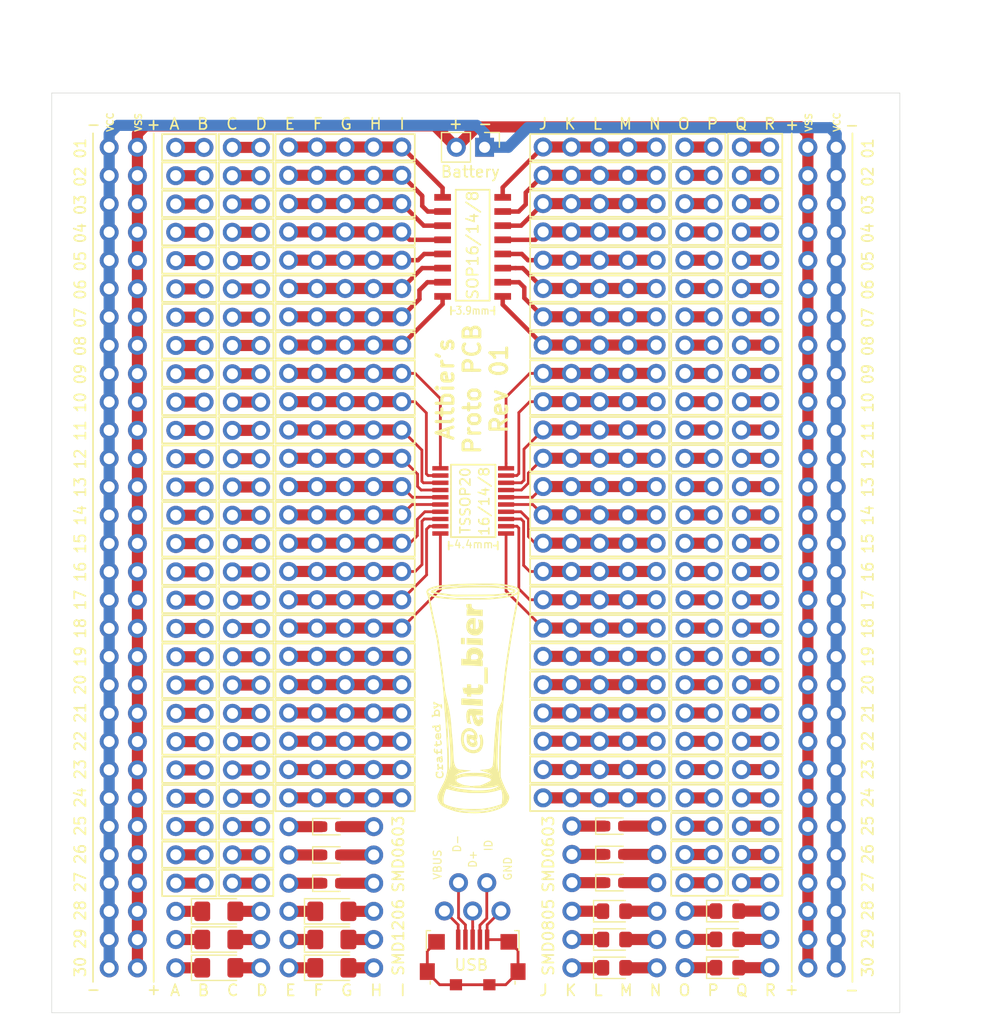
<source format=kicad_pcb>
(kicad_pcb (version 20241229) (generator "pcbnew") (generator_version "9.0")
  (layers (0 "F.Cu" signal) (2 "B.Cu" signal) (13 "F.Paste" user) (15 "B.Paste" user) (5 "F.SilkS" user) (7 "B.SilkS" user) (1 "F.Mask" user) (3 "B.Mask" user) (25 "Edge.Cuts" user))
  (net 0 "")
  (footprint "0_local:Proto_A_Pins_P2.54mm" (layer "F.Cu") (at 139.8 55.3)
    (property "Reference" "REF**")
    (property "Value" "Proto_A_Pins_P2.54mm" (hide yes))
  )
  (footprint "0_local:Proto_A_Pins_P2.54mm" (layer "F.Cu") (at 139.8 57.84)
    (property "Reference" "REF**")
    (property "Value" "Proto_A_Pins_P2.54mm" (hide yes))
  )
  (footprint "0_local:Proto_A_Pins_P2.54mm" (layer "F.Cu") (at 139.8 62.92)
    (property "Reference" "REF**")
    (property "Value" "Proto_A_Pins_P2.54mm" (hide yes))
  )
  (footprint "0_local:Proto_A_Pins_P2.54mm" (layer "F.Cu") (at 139.8 60.38)
    (property "Reference" "REF**")
    (property "Value" "Proto_A_Pins_P2.54mm" (hide yes))
  )
  (footprint "0_local:Proto_A_Pins_P2.54mm" (layer "F.Cu") (at 139.8 70.54)
    (property "Reference" "REF**")
    (property "Value" "Proto_A_Pins_P2.54mm" (hide yes))
  )
  (footprint "0_local:Proto_A_Pins_P2.54mm" (layer "F.Cu") (at 139.8 73.08)
    (property "Reference" "REF**")
    (property "Value" "Proto_A_Pins_P2.54mm" (hide yes))
  )
  (footprint "0_local:Proto_A_Pins_P2.54mm" (layer "F.Cu") (at 139.8 68)
    (property "Reference" "REF**")
    (property "Value" "Proto_A_Pins_P2.54mm" (hide yes))
  )
  (footprint "0_local:Proto_A_Pins_P2.54mm" (layer "F.Cu") (at 139.8 65.46)
    (property "Reference" "REF**")
    (property "Value" "Proto_A_Pins_P2.54mm" (hide yes))
  )
  (footprint "0_local:Proto_A_Pins_P2.54mm" (layer "F.Cu") (at 139.8 80.7)
    (property "Reference" "REF**")
    (property "Value" "Proto_A_Pins_P2.54mm" (hide yes))
  )
  (footprint "0_local:Proto_A_Pins_P2.54mm" (layer "F.Cu") (at 139.8 83.24)
    (property "Reference" "REF**")
    (property "Value" "Proto_A_Pins_P2.54mm" (hide yes))
  )
  (footprint "0_local:Proto_A_Pins_P2.54mm" (layer "F.Cu") (at 139.8 78.16)
    (property "Reference" "REF**")
    (property "Value" "Proto_A_Pins_P2.54mm" (hide yes))
  )
  (footprint "0_local:Proto_A_Pins_P2.54mm" (layer "F.Cu") (at 139.8 88.32)
    (property "Reference" "REF**")
    (property "Value" "Proto_A_Pins_P2.54mm" (hide yes))
  )
  (footprint "0_local:Proto_A_Pins_P2.54mm" (layer "F.Cu") (at 139.8 90.86)
    (property "Reference" "REF**")
    (property "Value" "Proto_A_Pins_P2.54mm" (hide yes))
  )
  (footprint "0_local:Proto_A_Pins_P2.54mm" (layer "F.Cu") (at 139.8 93.4)
    (property "Reference" "REF**")
    (property "Value" "Proto_A_Pins_P2.54mm" (hide yes))
  )
  (footprint "0_local:Proto_A_Pins_P2.54mm" (layer "F.Cu") (at 139.8 85.78)
    (property "Reference" "REF**")
    (property "Value" "Proto_A_Pins_P2.54mm" (hide yes))
  )
  (footprint "0_local:Proto_A_Pins_P2.54mm" (layer "F.Cu") (at 139.8 75.62)
    (property "Reference" "REF**")
    (property "Value" "Proto_A_Pins_P2.54mm" (hide yes))
  )
  (footprint "0_local:Proto_A_Pins_P2.54mm" (layer "F.Cu") (at 139.8 101.02)
    (property "Reference" "REF**")
    (property "Value" "Proto_A_Pins_P2.54mm" (hide yes))
  )
  (footprint "0_local:Proto_A_Pins_P2.54mm" (layer "F.Cu") (at 139.8 103.56)
    (property "Reference" "REF**")
    (property "Value" "Proto_A_Pins_P2.54mm" (hide yes))
  )
  (footprint "0_local:Proto_A_Pins_P2.54mm" (layer "F.Cu") (at 139.8 98.48)
    (property "Reference" "REF**")
    (property "Value" "Proto_A_Pins_P2.54mm" (hide yes))
  )
  (footprint "0_local:Proto_A_Pins_P2.54mm" (layer "F.Cu") (at 139.8 108.64)
    (property "Reference" "REF**")
    (property "Value" "Proto_A_Pins_P2.54mm" (hide yes))
  )
  (footprint "0_local:Proto_A_Pins_P2.54mm" (layer "F.Cu") (at 139.8 111.18)
    (property "Reference" "REF**")
    (property "Value" "Proto_A_Pins_P2.54mm" (hide yes))
  )
  (footprint "0_local:Proto_A_Pins_P2.54mm" (layer "F.Cu") (at 139.8 113.72)
    (property "Reference" "REF**")
    (property "Value" "Proto_A_Pins_P2.54mm" (hide yes))
  )
  (footprint "0_local:Proto_A_Pins_P2.54mm" (layer "F.Cu") (at 139.8 106.1)
    (property "Reference" "REF**")
    (property "Value" "Proto_A_Pins_P2.54mm" (hide yes))
  )
  (footprint "0_local:Proto_A_Pins_P2.54mm" (layer "F.Cu") (at 139.8 95.94)
    (property "Reference" "REF**")
    (property "Value" "Proto_A_Pins_P2.54mm" (hide yes))
  )
  (footprint "0_local:IC_SOIC-16_3.9x9.9mm_Pitch1.27mm" (layer "F.Cu") (at 141.12 64.26)
    (property "Reference" "SOP16")
    (property "Value" "IC_SOIC-16_3.9x9.9mm_Pitch1.27mm" (hide yes))
  )
  (footprint "0_local:IC_TSSOP-20_4.4x6.5mm_P0.65mm_thin" (layer "F.Cu") (at 141.17 87.06)
    (property "Reference" "TSSOP20")
    (property "Value" "IC_TSSOP-20_4.4x6.5mm_P0.65mm_thin")
  )
  (footprint "0_local:Proto_B_Pins_P2.54mm" (layer "F.Cu") (at 163.99 55.3)
    (property "Reference" "REF**")
    (property "Value" "Proto_B_Pins_P2.54mm")
  )
  (footprint "0_local:Proto_B_Pins_P2.54mm" (layer "F.Cu") (at 163.99 57.84)
    (property "Reference" "REF**")
    (property "Value" "Proto_B_Pins_P2.54mm")
  )
  (footprint "0_local:Proto_B_Pins_P2.54mm" (layer "F.Cu") (at 163.99 60.38)
    (property "Reference" "REF**")
    (property "Value" "Proto_B_Pins_P2.54mm")
  )
  (footprint "0_local:Proto_B_Pins_P2.54mm" (layer "F.Cu") (at 163.99 62.92)
    (property "Reference" "REF**")
    (property "Value" "Proto_B_Pins_P2.54mm")
  )
  (footprint "0_local:Proto_B_Pins_P2.54mm" (layer "F.Cu") (at 164 75.62)
    (property "Reference" "REF**")
    (property "Value" "Proto_B_Pins_P2.54mm")
  )
  (footprint "0_local:Proto_B_Pins_P2.54mm" (layer "F.Cu") (at 164 78.16)
    (property "Reference" "REF**")
    (property "Value" "Proto_B_Pins_P2.54mm")
  )
  (footprint "0_local:Proto_B_Pins_P2.54mm" (layer "F.Cu") (at 164 83.24)
    (property "Reference" "REF**")
    (property "Value" "Proto_B_Pins_P2.54mm")
  )
  (footprint "0_local:Proto_B_Pins_P2.54mm" (layer "F.Cu") (at 164 80.7)
    (property "Reference" "REF**")
    (property "Value" "Proto_B_Pins_P2.54mm")
  )
  (footprint "0_local:Proto_B_Pins_P2.54mm" (layer "F.Cu") (at 164 85.78)
    (property "Reference" "REF**")
    (property "Value" "Proto_B_Pins_P2.54mm")
  )
  (footprint "0_local:Proto_B_Pins_P2.54mm" (layer "F.Cu") (at 164.01 98.48)
    (property "Reference" "REF**")
    (property "Value" "Proto_B_Pins_P2.54mm")
  )
  (footprint "0_local:Proto_B_Pins_P2.54mm" (layer "F.Cu") (at 164.01 95.94)
    (property "Reference" "REF**")
    (property "Value" "Proto_B_Pins_P2.54mm")
  )
  (footprint "0_local:Proto_B_Pins_P2.54mm" (layer "F.Cu") (at 164 88.32)
    (property "Reference" "REF**")
    (property "Value" "Proto_B_Pins_P2.54mm")
  )
  (footprint "0_local:Proto_B_Pins_P2.54mm" (layer "F.Cu") (at 164 93.4)
    (property "Reference" "REF**")
    (property "Value" "Proto_B_Pins_P2.54mm")
  )
  (footprint "0_local:Proto_B_Pins_P2.54mm" (layer "F.Cu") (at 164.01 103.56)
    (property "Reference" "REF**")
    (property "Value" "Proto_B_Pins_P2.54mm")
  )
  (footprint "0_local:Proto_B_Pins_P2.54mm" (layer "F.Cu") (at 164 90.86)
    (property "Reference" "REF**")
    (property "Value" "Proto_B_Pins_P2.54mm")
  )
  (footprint "0_local:Proto_B_Pins_P2.54mm" (layer "F.Cu") (at 164.01 101.02)
    (property "Reference" "REF**")
    (property "Value" "Proto_B_Pins_P2.54mm")
  )
  (footprint "0_local:Proto_B_Pins_P2.54mm" (layer "F.Cu") (at 164.01 108.64)
    (property "Reference" "REF**")
    (property "Value" "Proto_B_Pins_P2.54mm")
  )
  (footprint "0_local:Proto_B_Pins_P2.54mm" (layer "F.Cu") (at 164.01 111.18)
    (property "Reference" "REF**")
    (property "Value" "Proto_B_Pins_P2.54mm")
  )
  (footprint "0_local:Proto_B_Pins_P2.54mm" (layer "F.Cu") (at 164.01 106.1)
    (property "Reference" "REF**")
    (property "Value" "Proto_B_Pins_P2.54mm")
  )
  (footprint "0_local:Proto_B_Pins_P2.54mm" (layer "F.Cu") (at 164.01 113.72)
    (property "Reference" "REF**")
    (property "Value" "Proto_B_Pins_P2.54mm")
  )
  (footprint "0_local:Proto_B_Pins_P2.54mm" (layer "F.Cu") (at 164 121.34)
    (property "Reference" "REF**")
    (property "Value" "Proto_B_Pins_P2.54mm")
  )
  (footprint "0_local:Proto_B_Pins_P2.54mm" (layer "F.Cu") (at 164 118.8)
    (property "Reference" "REF**")
    (property "Value" "Proto_B_Pins_P2.54mm")
  )
  (footprint "0_local:Proto_B_Pins_P2.54mm" (layer "F.Cu") (at 164 116.26)
    (property "Reference" "REF**")
    (property "Value" "Proto_B_Pins_P2.54mm")
  )
  (footprint "0_local:Proto_B_Pins_P2.54mm" (layer "F.Cu") (at 118.25 55.33)
    (property "Reference" "REF**")
    (property "Value" "Proto_B_Pins_P2.54mm")
  )
  (footprint "0_local:Proto_B_Pins_P2.54mm" (layer "F.Cu") (at 118.26 68.03)
    (property "Reference" "REF**")
    (property "Value" "Proto_B_Pins_P2.54mm")
  )
  (footprint "0_local:Proto_B_Pins_P2.54mm" (layer "F.Cu") (at 118.26 65.49)
    (property "Reference" "REF**")
    (property "Value" "Proto_B_Pins_P2.54mm")
  )
  (footprint "0_local:Proto_B_Pins_P2.54mm" (layer "F.Cu") (at 118.25 57.87)
    (property "Reference" "REF**")
    (property "Value" "Proto_B_Pins_P2.54mm")
  )
  (footprint "0_local:Proto_B_Pins_P2.54mm" (layer "F.Cu") (at 118.25 62.95)
    (property "Reference" "REF**")
    (property "Value" "Proto_B_Pins_P2.54mm")
  )
  (footprint "0_local:Proto_B_Pins_P2.54mm" (layer "F.Cu") (at 118.26 73.11)
    (property "Reference" "REF**")
    (property "Value" "Proto_B_Pins_P2.54mm")
  )
  (footprint "0_local:Proto_B_Pins_P2.54mm" (layer "F.Cu") (at 118.25 60.41)
    (property "Reference" "REF**")
    (property "Value" "Proto_B_Pins_P2.54mm")
  )
  (footprint "0_local:Proto_B_Pins_P2.54mm" (layer "F.Cu") (at 118.26 70.57)
    (property "Reference" "REF**")
    (property "Value" "Proto_B_Pins_P2.54mm")
  )
  (footprint "0_local:Proto_B_Pins_P2.54mm" (layer "F.Cu") (at 118.26 118.83)
    (property "Reference" "REF**")
    (property "Value" "Proto_B_Pins_P2.54mm")
  )
  (footprint "0_local:Proto_B_Pins_P2.54mm" (layer "F.Cu") (at 118.27 113.75)
    (property "Reference" "REF**")
    (property "Value" "Proto_B_Pins_P2.54mm")
  )
  (footprint "0_local:Proto_B_Pins_P2.54mm" (layer "F.Cu") (at 118.26 121.37)
    (property "Reference" "REF**")
    (property "Value" "Proto_B_Pins_P2.54mm")
  )
  (footprint "0_local:Proto_B_Pins_P2.54mm" (layer "F.Cu") (at 118.26 116.29)
    (property "Reference" "REF**")
    (property "Value" "Proto_B_Pins_P2.54mm")
  )
  (footprint "0_local:Proto_B_Pins_P2.54mm" (layer "F.Cu") (at 118.27 106.13)
    (property "Reference" "REF**")
    (property "Value" "Proto_B_Pins_P2.54mm")
  )
  (footprint "0_local:Proto_B_Pins_P2.54mm" (layer "F.Cu") (at 118.26 78.19)
    (property "Reference" "REF**")
    (property "Value" "Proto_B_Pins_P2.54mm")
  )
  (footprint "0_local:Proto_B_Pins_P2.54mm" (layer "F.Cu") (at 118.27 108.67)
    (property "Reference" "REF**")
    (property "Value" "Proto_B_Pins_P2.54mm")
  )
  (footprint "0_local:Proto_B_Pins_P2.54mm" (layer "F.Cu") (at 118.26 80.73)
    (property "Reference" "REF**")
    (property "Value" "Proto_B_Pins_P2.54mm")
  )
  (footprint "0_local:Proto_B_Pins_P2.54mm" (layer "F.Cu") (at 118.26 75.65)
    (property "Reference" "REF**")
    (property "Value" "Proto_B_Pins_P2.54mm")
  )
  (footprint "0_local:Proto_B_Pins_P2.54mm" (layer "F.Cu") (at 118.27 95.97)
    (property "Reference" "REF**")
    (property "Value" "Proto_B_Pins_P2.54mm")
  )
  (footprint "0_local:Proto_B_Pins_P2.54mm" (layer "F.Cu") (at 118.27 98.51)
    (property "Reference" "REF**")
    (property "Value" "Proto_B_Pins_P2.54mm")
  )
  (footprint "0_local:Proto_B_Pins_P2.54mm" (layer "F.Cu") (at 118.26 88.35)
    (property "Reference" "REF**")
    (property "Value" "Proto_B_Pins_P2.54mm")
  )
  (footprint "0_local:Proto_B_Pins_P2.54mm" (layer "F.Cu") (at 118.26 85.81)
    (property "Reference" "REF**")
    (property "Value" "Proto_B_Pins_P2.54mm")
  )
  (footprint "0_local:Proto_B_Pins_P2.54mm" (layer "F.Cu") (at 118.26 93.43)
    (property "Reference" "REF**")
    (property "Value" "Proto_B_Pins_P2.54mm")
  )
  (footprint "0_local:Proto_B_Pins_P2.54mm" (layer "F.Cu") (at 118.27 103.59)
    (property "Reference" "REF**")
    (property "Value" "Proto_B_Pins_P2.54mm")
  )
  (footprint "0_local:Proto_B_Pins_P2.54mm" (layer "F.Cu") (at 118.26 83.27)
    (property "Reference" "REF**")
    (property "Value" "Proto_B_Pins_P2.54mm")
  )
  (footprint "0_local:Proto_B_Pins_P2.54mm" (layer "F.Cu") (at 118.26 90.89)
    (property "Reference" "REF**")
    (property "Value" "Proto_B_Pins_P2.54mm")
  )
  (footprint "0_local:Proto_B_Pins_P2.54mm" (layer "F.Cu") (at 118.27 101.05)
    (property "Reference" "REF**")
    (property "Value" "Proto_B_Pins_P2.54mm")
  )
  (footprint "0_local:Proto_B_Pins_P2.54mm" (layer "F.Cu") (at 118.27 111.21)
    (property "Reference" "REF**")
    (property "Value" "Proto_B_Pins_P2.54mm")
  )
  (footprint "0_local:Proto_C_Pins_2x30_P2.54mm" (layer "F.Cu") (at 108.46 55.32)
    (property "Reference" "REF**")
    (property "Value" "Proto_C_Pins_2x30_P2.54mm")
  )
  (footprint "0_local:Proto_C_Pins_2x30_P2.54mm" (layer "F.Cu") (at 171.24 55.32)
    (property "Reference" "REF**")
    (property "Value" "Proto_C_Pins_2x30_P2.54mm")
  )
  (footprint "0_local:PinHeader_1x02_P2.54mm_Vertical" (layer "F.Cu") (at 142.19 55.32 -90)
    (property "Reference" "REF**")
    (property "Value" "PinHeader_1x02_P2.54mm_Vertical")
  )
  (footprint "0_alt_bier:logo-alt_bier-1100dpi-8x21mm-front" (layer "F.Cu") (at 141.14 104.77)
    (property "Reference" "G***" (hide yes))
    (property "Value" "LOGO" (hide yes))
  )
  (footprint "0_local:Proto_USB_Micro-B_Jing" (layer "F.Cu") (at 141.12 128.54)
    (property "Reference" "USB")
    (property "Value" "Proto_USB_Micro-B_Jing")
  )
  (footprint "0_local:Proto_1206_Pads_1.42x1.75mm_HandSolder" (layer "F.Cu") (at 118.31 123.9)
    (property "Reference" "REF**")
    (property "Value" "Proto_1206_Pads_1.42x1.75mm_HandSolder")
  )
  (footprint "0_local:Proto_0805_Pads_1.15x1.40mm_HandSolder" (layer "F.Cu") (at 164 128.96)
    (property "Reference" "REF**")
    (property "Value" "Proto_0805_Pads_1.15x1.40mm_HandSolder")
  )
  (footprint "0_local:Proto_1206_Pads_1.42x1.75mm_HandSolder" (layer "F.Cu") (at 118.31 126.43)
    (property "Reference" "REF**")
    (property "Value" "Proto_1206_Pads_1.42x1.75mm_HandSolder")
  )
  (footprint "0_local:Proto_1206_Pads_1.42x1.75mm_HandSolder" (layer "F.Cu") (at 118.31 128.97)
    (property "Reference" "REF**")
    (property "Value" "Proto_1206_Pads_1.42x1.75mm_HandSolder")
  )
  (footprint "0_local:Proto_0603_Pads_1.05x0.95mm_HandSolder" (layer "F.Cu") (at 153.84 121.33)
    (property "Reference" "REF**")
    (property "Value" "Proto_0603_Pads_1.05x0.95mm_HandSolder")
  )
  (footprint "0_local:Proto_0805_Pads_1.15x1.40mm_HandSolder" (layer "F.Cu") (at 164 126.42)
    (property "Reference" "REF**")
    (property "Value" "Proto_0805_Pads_1.15x1.40mm_HandSolder")
  )
  (footprint "0_local:Proto_0805_Pads_1.15x1.40mm_HandSolder" (layer "F.Cu") (at 164 123.88)
    (property "Reference" "REF**")
    (property "Value" "Proto_0805_Pads_1.15x1.40mm_HandSolder")
  )
  (footprint "0_local:Proto_0603_Pads_1.05x0.95mm_HandSolder" (layer "F.Cu") (at 153.84 118.79)
    (property "Reference" "REF**")
    (property "Value" "Proto_0603_Pads_1.05x0.95mm_HandSolder")
  )
  (footprint "0_local:Proto_0603_Pads_1.05x0.95mm_HandSolder" (layer "F.Cu") (at 128.41 118.84)
    (property "Reference" "REF**")
    (property "Value" "Proto_0603_Pads_1.05x0.95mm_HandSolder")
  )
  (footprint "0_local:Proto_0603_Pads_1.05x0.95mm_HandSolder" (layer "F.Cu") (at 128.41 121.38)
    (property "Reference" "REF**")
    (property "Value" "Proto_0603_Pads_1.05x0.95mm_HandSolder")
  )
  (footprint "0_local:Proto_0603_Pads_1.05x0.95mm_HandSolder" (layer "F.Cu") (at 128.41 116.3)
    (property "Reference" "REF**")
    (property "Value" "Proto_0603_Pads_1.05x0.95mm_HandSolder")
  )
  (footprint "0_local:Proto_0603_Pads_1.05x0.95mm_HandSolder" (layer "F.Cu") (at 153.84 116.25)
    (property "Reference" "REF**")
    (property "Value" "Proto_0603_Pads_1.05x0.95mm_HandSolder")
  )
  (footprint "0_local:Proto_1206_Pads_1.42x1.75mm_HandSolder" (layer "F.Cu") (at 128.47 123.9)
    (property "Reference" "REF**")
    (property "Value" "Proto_1206_Pads_1.42x1.75mm_HandSolder")
  )
  (footprint "0_local:Proto_1206_Pads_1.42x1.75mm_HandSolder" (layer "F.Cu") (at 128.47 128.97)
    (property "Reference" "REF**")
    (property "Value" "Proto_1206_Pads_1.42x1.75mm_HandSolder")
  )
  (footprint "0_local:Proto_1206_Pads_1.42x1.75mm_HandSolder" (layer "F.Cu") (at 128.47 126.43)
    (property "Reference" "REF**")
    (property "Value" "Proto_1206_Pads_1.42x1.75mm_HandSolder")
  )
  (footprint "0_local:Proto_0805_Pads_1.15x1.40mm_HandSolder" (layer "F.Cu") (at 153.84 128.97)
    (property "Reference" "REF**")
    (property "Value" "Proto_0805_Pads_1.15x1.40mm_HandSolder")
  )
  (footprint "0_local:Proto_0805_Pads_1.15x1.40mm_HandSolder" (layer "F.Cu") (at 153.84 126.43)
    (property "Reference" "REF**")
    (property "Value" "Proto_0805_Pads_1.15x1.40mm_HandSolder")
  )
  (footprint "0_local:Proto_0805_Pads_1.15x1.40mm_HandSolder" (layer "F.Cu") (at 153.84 123.89)
    (property "Reference" "REF**")
    (property "Value" "Proto_0805_Pads_1.15x1.40mm_HandSolder")
  )
  (footprint "0_local:Proto_B_Pins_P2.54mm" (layer "F.Cu") (at 164 73.08)
    (property "Reference" "REF**")
    (property "Value" "Proto_B_Pins_P2.54mm")
  )
  (footprint "0_local:Proto_B_Pins_P2.54mm" (layer "F.Cu") (at 164 68)
    (property "Reference" "REF**")
    (property "Value" "Proto_B_Pins_P2.54mm")
  )
  (footprint "0_local:Proto_B_Pins_P2.54mm" (layer "F.Cu") (at 164 65.46)
    (property "Reference" "REF**")
    (property "Value" "Proto_B_Pins_P2.54mm")
  )
  (footprint "0_local:Proto_B_Pins_P2.54mm" (layer "F.Cu") (at 164 70.54)
    (property "Reference" "REF**")
    (property "Value" "Proto_B_Pins_P2.54mm")
  )
  (gr_line (start 103.3 50.45) (end 103.3 133) (stroke (width 0.05)) (layer "Edge.Cuts"))
  (gr_line (start 179.5 50.45) (end 103.3 50.45) (stroke (width 0.05)) (layer "Edge.Cuts"))
  (gr_line (start 179.5 50.45) (end 179.5 133) (stroke (width 0.05)) (layer "Edge.Cuts"))
  (gr_line (start 179.5 133) (end 103.3 133) (stroke (width 0.05)) (layer "Edge.Cuts"))
  (gr_text "D-" (at 139.72 117.83 90) (layer "F.SilkS") (effects (font (size 0.7 0.7) (thickness 0.1))))
  (gr_text "D+" (at 141.13 119.21 90) (layer "F.SilkS") (effects (font (size 0.7 0.7) (thickness 0.1))))
  (gr_text "ID" (at 142.54 117.99 90) (layer "F.SilkS") (effects (font (size 0.7 0.7) (thickness 0.1))))
  (gr_text "GND" (at 144.28 120.07 90) (layer "F.SilkS") (effects (font (size 0.7 0.7) (thickness 0.1))))
  (gr_text "SMD0805" (at 147.92 126.23 90) (layer "F.SilkS") (effects (font (size 1 1))))
  (gr_text "30 29 28 27 26 25 24 23 22 21 20 19 18 17 16 15 14 13 12 11 10 09 08 07 06 05 04 03 02 01" (at 176.62 129.89 90) (layer "F.SilkS") (effects (font (size 1 0.95)) (justify left)))
  (gr_text "30 29 28 27 26 25 24 23 22 21 20 19 18 17 16 15 14 13 12 11 10 09 08 07 06 05 04 03 02 01" (at 105.87 129.89 90) (layer "F.SilkS") (effects (font (size 1 0.95)) (justify left)))
  (gr_text "Altbier's\nProto PCB\nRev 01" (at 141.08 77.01 90) (layer "F.SilkS") (effects (font (size 1.5 1.5) (thickness 0.28))))
  (gr_text "SMD0603" (at 147.92 118.76 90) (layer "F.SilkS") (effects (font (size 1 1))))
  (gr_text "A  B  C  D  E  F  G  H  I" (at 113.78 53.22 0) (layer "F.SilkS") (effects (font (size 1 1.04)) (justify left)))
  (gr_text "J  K  L  M  N  O  P  Q  R" (at 146.96 53.22 0) (layer "F.SilkS") (effects (font (size 1 1.01)) (justify left)))
  (gr_text "VSS" (at 111.09 54 90) (layer "F.SilkS") (effects (font (size 0.6 0.6) (thickness 0.12)) (justify left)))
  (gr_text "VCC" (at 108.56 54 90) (layer "F.SilkS") (effects (font (size 0.6 0.6) (thickness 0.12)) (justify left)))
  (gr_text "VCC" (at 173.85 54 90) (layer "F.SilkS") (effects (font (size 0.6 0.6) (thickness 0.12)) (justify left)))
  (gr_text "VSS" (at 171.32 54 90) (layer "F.SilkS") (effects (font (size 0.6 0.6) (thickness 0.12)) (justify left)))
  (gr_text "A  B  C  D  E  F  G  H  I" (at 113.84 130.99 0) (layer "F.SilkS") (effects (font (size 1 1.04)) (justify left)))
  (gr_text "J  K  L  M  N  O  P  Q  R" (at 147.02 130.99 0) (layer "F.SilkS") (effects (font (size 1 1.01)) (justify left)))
  (gr_text "SMD0603" (at 134.44 118.76 90) (layer "F.SilkS") (effects (font (size 1 1))))
  (gr_text "SMD1206" (at 134.44 126.23 90) (layer "F.SilkS") (effects (font (size 1 1))))
  (gr_text "VBUS" (at 137.96 119.71 90) (layer "F.SilkS") (effects (font (size 0.7 0.7) (thickness 0.1))))
  (gr_text "Battery" (at 140.91 57.52 0) (layer "F.SilkS") (effects (font (size 1 1))))
  (segment (start 124.59 57.835) (end 134.75 57.835) (width 1) (layer "F.Cu") (net 0))
  (segment (start 147.45 57.835) (end 157.61 57.835) (width 1) (layer "F.Cu") (net 0))
  (segment (start 147.45 62.915) (end 157.61 62.915) (width 1) (layer "F.Cu") (net 0))
  (segment (start 124.59 62.915) (end 134.75 62.915) (width 1) (layer "F.Cu") (net 0))
  (segment (start 124.59 60.375) (end 134.75 60.375) (width 1) (layer "F.Cu") (net 0))
  (segment (start 147.45 60.375) (end 157.61 60.375) (width 1) (layer "F.Cu") (net 0))
  (segment (start 124.59 70.535) (end 134.75 70.535) (width 1) (layer "F.Cu") (net 0))
  (segment (start 147.45 70.535) (end 157.61 70.535) (width 1) (layer "F.Cu") (net 0))
  (segment (start 147.45 67.995) (end 157.61 67.995) (width 1) (layer "F.Cu") (net 0))
  (segment (start 147.45 73.075) (end 157.61 73.075) (width 1) (layer "F.Cu") (net 0))
  (segment (start 124.59 73.075) (end 134.75 73.075) (width 1) (layer "F.Cu") (net 0))
  (segment (start 124.59 67.995) (end 134.75 67.995) (width 1) (layer "F.Cu") (net 0))
  (segment (start 124.59 65.455) (end 134.75 65.455) (width 1) (layer "F.Cu") (net 0))
  (segment (start 147.45 65.455) (end 157.61 65.455) (width 1) (layer "F.Cu") (net 0))
  (segment (start 124.59 80.695) (end 134.75 80.695) (width 1) (layer "F.Cu") (net 0))
  (segment (start 147.45 80.695) (end 157.61 80.695) (width 1) (layer "F.Cu") (net 0))
  (segment (start 147.45 78.155) (end 157.61 78.155) (width 1) (layer "F.Cu") (net 0))
  (segment (start 147.45 83.235) (end 157.61 83.235) (width 1) (layer "F.Cu") (net 0))
  (segment (start 124.59 83.235) (end 134.75 83.235) (width 1) (layer "F.Cu") (net 0))
  (segment (start 124.59 78.155) (end 134.75 78.155) (width 1) (layer "F.Cu") (net 0))
  (segment (start 147.45 85.775) (end 157.61 85.775) (width 1) (layer "F.Cu") (net 0))
  (segment (start 124.59 85.775) (end 134.75 85.775) (width 1) (layer "F.Cu") (net 0))
  (segment (start 124.59 88.315) (end 134.75 88.315) (width 1) (layer "F.Cu") (net 0))
  (segment (start 124.59 93.395) (end 134.75 93.395) (width 1) (layer "F.Cu") (net 0))
  (segment (start 124.59 90.855) (end 134.75 90.855) (width 1) (layer "F.Cu") (net 0))
  (segment (start 147.45 90.855) (end 157.61 90.855) (width 1) (layer "F.Cu") (net 0))
  (segment (start 147.45 88.315) (end 157.61 88.315) (width 1) (layer "F.Cu") (net 0))
  (segment (start 147.45 93.395) (end 157.61 93.395) (width 1) (layer "F.Cu") (net 0))
  (segment (start 124.59 75.615) (end 134.75 75.615) (width 1) (layer "F.Cu") (net 0))
  (segment (start 147.45 75.615) (end 157.61 75.615) (width 1) (layer "F.Cu") (net 0))
  (segment (start 124.59 101.015) (end 134.75 101.015) (width 1) (layer "F.Cu") (net 0))
  (segment (start 147.45 101.015) (end 157.61 101.015) (width 1) (layer "F.Cu") (net 0))
  (segment (start 147.45 98.475) (end 157.61 98.475) (width 1) (layer "F.Cu") (net 0))
  (segment (start 147.45 103.555) (end 157.61 103.555) (width 1) (layer "F.Cu") (net 0))
  (segment (start 124.59 103.555) (end 134.75 103.555) (width 1) (layer "F.Cu") (net 0))
  (segment (start 124.59 98.475) (end 134.75 98.475) (width 1) (layer "F.Cu") (net 0))
  (segment (start 147.45 106.095) (end 157.61 106.095) (width 1) (layer "F.Cu") (net 0))
  (segment (start 124.59 106.095) (end 134.75 106.095) (width 1) (layer "F.Cu") (net 0))
  (segment (start 124.59 108.635) (end 134.75 108.635) (width 1) (layer "F.Cu") (net 0))
  (segment (start 124.59 113.715) (end 134.75 113.715) (width 1) (layer "F.Cu") (net 0))
  (segment (start 124.59 111.175) (end 134.75 111.175) (width 1) (layer "F.Cu") (net 0))
  (segment (start 147.45 111.175) (end 157.61 111.175) (width 1) (layer "F.Cu") (net 0))
  (segment (start 147.45 108.635) (end 157.61 108.635) (width 1) (layer "F.Cu") (net 0))
  (segment (start 147.45 113.715) (end 157.61 113.715) (width 1) (layer "F.Cu") (net 0))
  (segment (start 124.59 95.935) (end 134.75 95.935) (width 1) (layer "F.Cu") (net 0))
  (segment (start 147.45 95.935) (end 157.61 95.935) (width 1) (layer "F.Cu") (net 0))
  (segment (start 165.27 68) (end 167.81 68) (width 1) (layer "F.Cu") (net 0))
  (segment (start 165.27 73.08) (end 167.81 73.08) (width 1) (layer "F.Cu") (net 0))
  (segment (start 160.19 70.54) (end 162.73 70.54) (width 1) (layer "F.Cu") (net 0))
  (segment (start 160.19 65.46) (end 162.73 65.46) (width 1) (layer "F.Cu") (net 0))
  (segment (start 165.27 70.54) (end 167.81 70.54) (width 1) (layer "F.Cu") (net 0))
  (segment (start 165.27 65.46) (end 167.81 65.46) (width 1) (layer "F.Cu") (net 0))
  (segment (start 160.19 73.08) (end 162.73 73.08) (width 1) (layer "F.Cu") (net 0))
  (segment (start 160.19 68) (end 162.73 68) (width 1) (layer "F.Cu") (net 0))
  (segment (start 165.27 88.32) (end 167.81 88.32) (width 1) (layer "F.Cu") (net 0))
  (segment (start 165.27 93.4) (end 167.81 93.4) (width 1) (layer "F.Cu") (net 0))
  (segment (start 160.19 90.86) (end 162.73 90.86) (width 1) (layer "F.Cu") (net 0))
  (segment (start 165.28 103.56) (end 167.82 103.56) (width 1) (layer "F.Cu") (net 0))
  (segment (start 160.19 85.78) (end 162.73 85.78) (width 1) (layer "F.Cu") (net 0))
  (segment (start 165.28 98.48) (end 167.82 98.48) (width 1) (layer "F.Cu") (net 0))
  (segment (start 160.2 95.94) (end 162.74 95.94) (width 1) (layer "F.Cu") (net 0))
  (segment (start 165.28 101.02) (end 167.82 101.02) (width 1) (layer "F.Cu") (net 0))
  (segment (start 160.2 98.48) (end 162.74 98.48) (width 1) (layer "F.Cu") (net 0))
  (segment (start 160.2 103.56) (end 162.74 103.56) (width 1) (layer "F.Cu") (net 0))
  (segment (start 165.28 95.94) (end 167.82 95.94) (width 1) (layer "F.Cu") (net 0))
  (segment (start 160.2 101.02) (end 162.74 101.02) (width 1) (layer "F.Cu") (net 0))
  (segment (start 165.27 90.86) (end 167.81 90.86) (width 1) (layer "F.Cu") (net 0))
  (segment (start 165.27 85.78) (end 167.81 85.78) (width 1) (layer "F.Cu") (net 0))
  (segment (start 160.19 93.4) (end 162.73 93.4) (width 1) (layer "F.Cu") (net 0))
  (segment (start 160.19 88.32) (end 162.73 88.32) (width 1) (layer "F.Cu") (net 0))
  (segment (start 165.28 113.72) (end 167.82 113.72) (width 1) (layer "F.Cu") (net 0))
  (segment (start 165.28 108.64) (end 167.82 108.64) (width 1) (layer "F.Cu") (net 0))
  (segment (start 160.2 113.72) (end 162.74 113.72) (width 1) (layer "F.Cu") (net 0))
  (segment (start 165.28 111.18) (end 167.82 111.18) (width 1) (layer "F.Cu") (net 0))
  (segment (start 160.2 106.1) (end 162.74 106.1) (width 1) (layer "F.Cu") (net 0))
  (segment (start 165.28 106.1) (end 167.82 106.1) (width 1) (layer "F.Cu") (net 0))
  (segment (start 160.2 111.18) (end 162.74 111.18) (width 1) (layer "F.Cu") (net 0))
  (segment (start 160.2 108.64) (end 162.74 108.64) (width 1) (layer "F.Cu") (net 0))
  (segment (start 165.27 116.26) (end 167.81 116.26) (width 1) (layer "F.Cu") (net 0))
  (segment (start 160.19 118.8) (end 162.73 118.8) (width 1) (layer "F.Cu") (net 0))
  (segment (start 165.27 118.8) (end 167.81 118.8) (width 1) (layer "F.Cu") (net 0))
  (segment (start 160.19 116.26) (end 162.73 116.26) (width 1) (layer "F.Cu") (net 0))
  (segment (start 160.19 121.34) (end 162.73 121.34) (width 1) (layer "F.Cu") (net 0))
  (segment (start 165.27 121.34) (end 167.81 121.34) (width 1) (layer "F.Cu") (net 0))
  (segment (start 119.52 57.87) (end 122.06 57.87) (width 1) (layer "F.Cu") (net 0))
  (segment (start 119.52 62.95) (end 122.06 62.95) (width 1) (layer "F.Cu") (net 0))
  (segment (start 114.44 60.41) (end 116.98 60.41) (width 1) (layer "F.Cu") (net 0))
  (segment (start 119.53 73.11) (end 122.07 73.11) (width 1) (layer "F.Cu") (net 0))
  (segment (start 114.44 55.33) (end 116.98 55.33) (width 1) (layer "F.Cu") (net 0))
  (segment (start 119.53 68.03) (end 122.07 68.03) (width 1) (layer "F.Cu") (net 0))
  (segment (start 114.45 65.49) (end 116.99 65.49) (width 1) (layer "F.Cu") (net 0))
  (segment (start 119.53 70.57) (end 122.07 70.57) (width 1) (layer "F.Cu") (net 0))
  (segment (start 114.45 68.03) (end 116.99 68.03) (width 1) (layer "F.Cu") (net 0))
  (segment (start 114.45 73.11) (end 116.99 73.11) (width 1) (layer "F.Cu") (net 0))
  (segment (start 119.53 65.49) (end 122.07 65.49) (width 1) (layer "F.Cu") (net 0))
  (segment (start 114.45 70.57) (end 116.99 70.57) (width 1) (layer "F.Cu") (net 0))
  (segment (start 119.52 60.41) (end 122.06 60.41) (width 1) (layer "F.Cu") (net 0))
  (segment (start 119.52 55.33) (end 122.06 55.33) (width 1) (layer "F.Cu") (net 0))
  (segment (start 114.44 62.95) (end 116.98 62.95) (width 1) (layer "F.Cu") (net 0))
  (segment (start 114.44 57.87) (end 116.98 57.87) (width 1) (layer "F.Cu") (net 0))
  (segment (start 119.53 121.37) (end 122.07 121.37) (width 1) (layer "F.Cu") (net 0))
  (segment (start 119.53 116.29) (end 122.07 116.29) (width 1) (layer "F.Cu") (net 0))
  (segment (start 114.45 118.83) (end 116.99 118.83) (width 1) (layer "F.Cu") (net 0))
  (segment (start 119.53 118.83) (end 122.07 118.83) (width 1) (layer "F.Cu") (net 0))
  (segment (start 114.45 116.29) (end 116.99 116.29) (width 1) (layer "F.Cu") (net 0))
  (segment (start 114.45 121.37) (end 116.99 121.37) (width 1) (layer "F.Cu") (net 0))
  (segment (start 119.53 83.27) (end 122.07 83.27) (width 1) (layer "F.Cu") (net 0))
  (segment (start 119.53 88.35) (end 122.07 88.35) (width 1) (layer "F.Cu") (net 0))
  (segment (start 119.53 78.19) (end 122.07 78.19) (width 1) (layer "F.Cu") (net 0))
  (segment (start 114.46 95.97) (end 117 95.97) (width 1) (layer "F.Cu") (net 0))
  (segment (start 119.54 108.67) (end 122.08 108.67) (width 1) (layer "F.Cu") (net 0))
  (segment (start 119.54 101.05) (end 122.08 101.05) (width 1) (layer "F.Cu") (net 0))
  (segment (start 114.46 98.51) (end 117 98.51) (width 1) (layer "F.Cu") (net 0))
  (segment (start 114.46 113.75) (end 117 113.75) (width 1) (layer "F.Cu") (net 0))
  (segment (start 114.46 103.59) (end 117 103.59) (width 1) (layer "F.Cu") (net 0))
  (segment (start 119.54 95.97) (end 122.08 95.97) (width 1) (layer "F.Cu") (net 0))
  (segment (start 114.45 83.27) (end 116.99 83.27) (width 1) (layer "F.Cu") (net 0))
  (segment (start 119.53 93.43) (end 122.07 93.43) (width 1) (layer "F.Cu") (net 0))
  (segment (start 119.53 80.73) (end 122.07 80.73) (width 1) (layer "F.Cu") (net 0))
  (segment (start 114.45 75.65) (end 116.99 75.65) (width 1) (layer "F.Cu") (net 0))
  (segment (start 114.45 90.89) (end 116.99 90.89) (width 1) (layer "F.Cu") (net 0))
  (segment (start 119.54 103.59) (end 122.08 103.59) (width 1) (layer "F.Cu") (net 0))
  (segment (start 114.45 85.81) (end 116.99 85.81) (width 1) (layer "F.Cu") (net 0))
  (segment (start 119.54 98.51) (end 122.08 98.51) (width 1) (layer "F.Cu") (net 0))
  (segment (start 119.53 75.65) (end 122.07 75.65) (width 1) (layer "F.Cu") (net 0))
  (segment (start 114.45 80.73) (end 116.99 80.73) (width 1) (layer "F.Cu") (net 0))
  (segment (start 114.45 78.19) (end 116.99 78.19) (width 1) (layer "F.Cu") (net 0))
  (segment (start 114.45 93.43) (end 116.99 93.43) (width 1) (layer "F.Cu") (net 0))
  (segment (start 114.46 101.05) (end 117 101.05) (width 1) (layer "F.Cu") (net 0))
  (segment (start 114.45 88.35) (end 116.99 88.35) (width 1) (layer "F.Cu") (net 0))
  (segment (start 119.54 113.75) (end 122.08 113.75) (width 1) (layer "F.Cu") (net 0))
  (segment (start 114.46 111.21) (end 117 111.21) (width 1) (layer "F.Cu") (net 0))
  (segment (start 119.53 85.81) (end 122.07 85.81) (width 1) (layer "F.Cu") (net 0))
  (segment (start 119.53 90.89) (end 122.07 90.89) (width 1) (layer "F.Cu") (net 0))
  (segment (start 119.54 111.21) (end 122.08 111.21) (width 1) (layer "F.Cu") (net 0))
  (segment (start 114.46 106.13) (end 117 106.13) (width 1) (layer "F.Cu") (net 0))
  (segment (start 119.54 106.13) (end 122.08 106.13) (width 1) (layer "F.Cu") (net 0))
  (segment (start 114.46 108.67) (end 117 108.67) (width 1) (layer "F.Cu") (net 0))
  (segment (start 157.66 126.43) (end 154.865 126.43) (width 1) (layer "F.Cu") (net 0))
  (segment (start 150.04 128.97) (end 152.815 128.97) (width 1) (layer "F.Cu") (net 0))
  (segment (start 150.04 123.89) (end 152.815 123.89) (width 1) (layer "F.Cu") (net 0))
  (segment (start 157.66 128.97) (end 154.865 128.97) (width 1) (layer "F.Cu") (net 0))
  (segment (start 157.66 123.89) (end 154.865 123.89) (width 1) (layer "F.Cu") (net 0))
  (segment (start 150.04 126.43) (end 152.815 126.43) (width 1) (layer "F.Cu") (net 0))
  (segment (start 137.245 89.335) (end 138.22 89.335) (width 0.25) (layer "F.Cu") (net 0))
  (segment (start 138.42 58.965) (end 138.42 59.815) (width 0.4) (layer "F.Cu") (net 0))
  (segment (start 135.952081 75.615) (end 138.22 77.882919) (width 0.25) (layer "F.Cu") (net 0))
  (segment (start 160.18 62.92) (end 162.72 62.92) (width 1) (layer "F.Cu") (net 0))
  (segment (start 136.17 84.655) (end 136.17 85.76) (width 0.25) (layer "F.Cu") (net 0))
  (segment (start 147.45 73.075) (end 143.82 69.445) (width 0.4) (layer "F.Cu") (net 0))
  (segment (start 141.77 126.44) (end 141.77 125.15) (width 0.25) (layer "F.Cu") (net 0))
  (segment (start 145.47 62.355) (end 147.45 60.375) (width 0.4) (layer "F.Cu") (net 0))
  (segment (start 143.82 62.355) (end 145.47 62.355) (width 0.4) (layer "F.Cu") (net 0))
  (segment (start 114.45 128.97) (end 116.8225 128.97) (width 1) (layer "F.Cu") (net 0))
  (segment (start 138.15 130.49) (end 137.045 129.385) (width 0.25) (layer "F.Cu") (net 0))
  (segment (start 134.75 55.295) (end 138.42 58.965) (width 0.4) (layer "F.Cu") (net 0))
  (segment (start 165.27 83.24) (end 167.81 83.24) (width 1) (layer "F.Cu") (net 0))
  (segment (start 140.47 125.11) (end 139.85 124.49) (width 0.25) (layer "F.Cu") (net 0))
  (segment (start 111.717919 53.4) (end 137.73 53.4) (width 1) (layer "F.Cu") (net 0))
  (segment (start 147.45 67.995) (end 145.62 66.165) (width 0.4) (layer "F.Cu") (net 0))
  (segment (start 167.82 123.88) (end 165.025 123.88) (width 1) (layer "F.Cu") (net 0))
  (segment (start 137.045 129.31) (end 137.045 127.465) (width 0.25) (layer "F.Cu") (net 0))
  (segment (start 147.45 75.615) (end 146.247919 75.615) (width 0.25) (layer "F.Cu") (net 0))
  (segment (start 134.75 65.455) (end 136.205 65.455) (width 0.4) (layer "F.Cu") (net 0))
  (segment (start 160.2 128.96) (end 162.975 128.96) (width 1) (layer "F.Cu") (net 0))
  (segment (start 138.22 77.882919) (end 138.22 83.685) (width 0.25) (layer "F.Cu") (net 0))
  (segment (start 160.19 78.16) (end 162.73 78.16) (width 1) (layer "F.Cu") (net 0))
  (segment (start 142.62 130.49) (end 141.82 130.49) (width 0.25) (layer "F.Cu") (net 0))
  (segment (start 144.97 66.165) (end 143.82 66.165) (width 0.4) (layer "F.Cu") (net 0))
  (segment (start 134.75 90.855) (end 135.475 90.855) (width 0.25) (layer "F.Cu") (net 0))
  (segment (start 146.49 86.735) (end 147.45 85.775) (width 0.25) (layer "F.Cu") (net 0))
  (segment (start 134.75 98.475) (end 138.22 95.005) (width 0.25) (layer "F.Cu") (net 0))
  (segment (start 138.22 86.735) (end 135.71 86.735) (width 0.25) (layer "F.Cu") (net 0))
  (segment (start 147.45 57.835) (end 146.600001 58.684999) (width 0.4) (layer "F.Cu") (net 0))
  (segment (start 136.98 89.6) (end 137.245 89.335) (width 0.25) (layer "F.Cu") (net 0))
  (segment (start 147.45 80.695) (end 145.73 82.415) (width 0.25) (layer "F.Cu") (net 0))
  (segment (start 137.045 129.385) (end 137.045 129.31) (width 0.25) (layer "F.Cu") (net 0))
  (segment (start 137.73 53.4) (end 139.65 55.32) (width 1) (layer "F.Cu") (net 0))
  (segment (start 122.07 126.43) (end 119.7975 126.43) (width 1) (layer "F.Cu") (net 0))
  (segment (start 145.7 88.92) (end 145.465 88.685) (width 0.25) (layer "F.Cu") (net 0))
  (segment (start 141.12 125.29) (end 141.12 123.87) (width 0.25) (layer "F.Cu") (net 0))
  (segment (start 145.27 79.132919) (end 145.27 84.61) (width 0.25) (layer "F.Cu") (net 0))
  (segment (start 147.45 93.395) (end 146.247919 93.395) (width 0.25) (layer "F.Cu") (net 0))
  (segment (start 145.27 94.957081) (end 145.27 89.5) (width 0.25) (layer "F.Cu") (net 0))
  (segment (start 134.75 73.075) (end 138.42 69.405) (width 0.4) (layer "F.Cu") (net 0))
  (segment (start 138.22 95.005) (end 138.22 89.985) (width 0.25) (layer "F.Cu") (net 0))
  (segment (start 132.23 126.43) (end 129.9575 126.43) (width 1) (layer "F.Cu") (net 0))
  (segment (start 136.765 88.685) (end 138.22 88.685) (width 0.25) (layer "F.Cu") (net 0))
  (segment (start 145.505 86.085) (end 144.12 86.085) (width 0.25) (layer "F.Cu") (net 0))
  (segment (start 136.695 85.435) (end 138.22 85.435) (width 0.25) (layer "F.Cu") (net 0))
  (segment (start 145.7 92.847081) (end 145.7 88.92) (width 0.25) (layer "F.Cu") (net 0))
  (segment (start 135.952081 78.155) (end 136.96 79.162919) (width 0.25) (layer "F.Cu") (net 0))
  (segment (start 147.45 78.155) (end 146.247919 78.155) (width 0.25) (layer "F.Cu") (net 0))
  (segment (start 146.12 84.565) (end 146.12 85.47) (width 0.25) (layer "F.Cu") (net 0))
  (segment (start 142.42 126.44) (end 142.42 125.11) (width 0.25) (layer "F.Cu") (net 0))
  (segment (start 147.45 55.295) (end 143.82 58.925) (width 0.4) (layer "F.Cu") (net 0))
  (segment (start 135.952081 93.395) (end 136.57 92.777081) (width 0.25) (layer "F.Cu") (net 0))
  (segment (start 145.27 89.5) (end 145.105 89.335) (width 0.25) (layer "F.Cu") (net 0))
  (segment (start 136.73 62.355) (end 134.75 60.375) (width 0.4) (layer "F.Cu") (net 0))
  (segment (start 141.12 126.44) (end 141.12 125.29) (width 0.25) (layer "F.Cu") (net 0))
  (segment (start 137.085 61.085) (end 138.42 61.085) (width 0.4) (layer "F.Cu") (net 0))
  (segment (start 132.23 123.9) (end 129.9575 123.9) (width 1) (layer "F.Cu") (net 0))
  (segment (start 145.73 82.415) (end 145.73 85.21) (width 0.25) (layer "F.Cu") (net 0))
  (segment (start 147.45 65.455) (end 146.095 65.455) (width 0.4) (layer "F.Cu") (net 0))
  (segment (start 145.62 66.165) (end 144.97 66.165) (width 0.4) (layer "F.Cu") (net 0))
  (segment (start 171.24 55.32) (end 171.24 54.117919) (width 1) (layer "F.Cu") (net 0))
  (segment (start 145.27 84.61) (end 145.095 84.785) (width 0.25) (layer "F.Cu") (net 0))
  (segment (start 157.66 116.25) (end 154.715 116.25) (width 1) (layer "F.Cu") (net 0))
  (segment (start 137.045 127.465) (end 137.87 126.64) (width 0.25) (layer "F.Cu") (net 0))
  (segment (start 135.475 90.855) (end 136.15 90.18) (width 0.25) (layer "F.Cu") (net 0))
  (segment (start 144.12 77.742919) (end 144.12 83.685) (width 0.25) (layer "F.Cu") (net 0))
  (segment (start 146.247919 78.155) (end 145.27 79.132919) (width 0.25) (layer "F.Cu") (net 0))
  (segment (start 146.247919 95.935) (end 145.27 94.957081) (width 0.25) (layer "F.Cu") (net 0))
  (segment (start 142.39 124.53) (end 142.39 121.33) (width 0.25) (layer "F.Cu") (net 0))
  (segment (start 147.45 90.855) (end 146.725 90.855) (width 0.25) (layer "F.Cu") (net 0))
  (segment (start 145.095 84.785) (end 144.12 84.785) (width 0.25) (layer "F.Cu") (net 0))
  (segment (start 136.56 85.3) (end 136.695 85.435) (width 0.25) (layer "F.Cu") (net 0))
  (segment (start 111 55.32) (end 111 128.98) (width 1) (layer "F.Cu") (net 0))
  (segment (start 135.68 87.385) (end 134.75 88.315) (width 0.25) (layer "F.Cu") (net 0))
  (segment (start 134.75 67.995) (end 136.58 66.165) (width 0.4) (layer "F.Cu") (net 0))
  (segment (start 124.61 123.9) (end 126.9825 123.9) (width 1) (layer "F.Cu") (net 0))
  (segment (start 134.75 57.835) (end 136.56 59.645) (width 0.4) (layer "F.Cu") (net 0))
  (segment (start 135.46 63.625) (end 134.75 62.915) (width 0.4) (layer "F.Cu") (net 0))
  (segment (start 146.74 63.625) (end 147.45 62.915) (width 0.4) (layer "F.Cu") (net 0))
  (segment (start 141.77 125.15) (end 142.39 124.53) (width 0.25) (layer "F.Cu") (net 0))
  (segment (start 145.73 85.21) (end 145.505 85.435) (width 0.25) (layer "F.Cu") (net 0))
  (segment (start 136.57 88.88) (end 136.765 88.685) (width 0.25) (layer "F.Cu") (net 0))
  (segment (start 136.34 68.945) (end 136.34 68.15) (width 0.4) (layer "F.Cu") (net 0))
  (segment (start 146.595001 58.684999) (end 145.89 59.39) (width 0.4) (layer "F.Cu") (net 0))
  (segment (start 150.04 116.25) (end 152.965 116.25) (width 1) (layer "F.Cu") (net 0))
  (segment (start 135.71 86.735) (end 134.75 85.775) (width 0.25) (layer "F.Cu") (net 0))
  (segment (start 145.89 59.39) (end 145.89 60.45) (width 0.4) (layer "F.Cu") (net 0))
  (segment (start 132.23 128.97) (end 129.9575 128.97) (width 1) (layer "F.Cu") (net 0))
  (segment (start 165.27 80.7) (end 167.81 80.7) (width 1) (layer "F.Cu") (net 0))
  (segment (start 142.42 126.44) (end 144.17 126.44) (width 0.25) (layer "F.Cu") (net 0))
  (segment (start 146.247919 93.395) (end 145.7 92.847081) (width 0.25) (layer "F.Cu") (net 0))
  (segment (start 124.61 121.38) (end 127.535 121.38) (width 1) (layer "F.Cu") (net 0))
  (segment (start 160.19 80.7) (end 162.73 80.7) (width 1) (layer "F.Cu") (net 0))
  (segment (start 136.56 59.675) (end 136.59 59.705) (width 0.4) (layer "F.Cu") (net 0))
  (segment (start 145.455 88.035) (end 144.12 88.035) (width 0.25) (layer "F.Cu") (net 0))
  (segment (start 146.52 87.385) (end 147.45 88.315) (width 0.25) (layer "F.Cu") (net 0))
  (segment (start 146.247919 75.615) (end 144.12 77.742919) (width 0.25) (layer "F.Cu") (net 0))
  (segment (start 134.75 93.395) (end 135.952081 93.395) (width 0.25) (layer "F.Cu") (net 0))
  (segment (start 144.12 95.145) (end 144.12 89.985) (width 0.25) (layer "F.Cu") (net 0))
  (segment (start 142.42 125.11) (end 143.66 123.87) (width 0.25) (layer "F.Cu") (net 0))
  (segment (start 138.42 63.625) (end 135.46 63.625) (width 0.4) (layer "F.Cu") (net 0))
  (segment (start 145.255 61.085) (end 143.82 61.085) (width 0.4) (layer "F.Cu") (net 0))
  (segment (start 137.115 84.785) (end 138.22 84.785) (width 0.25) (layer "F.Cu") (net 0))
  (segment (start 114.45 126.43) (end 116.8225 126.43) (width 1) (layer "F.Cu") (net 0))
  (segment (start 136.96 79.162919) (end 136.96 84.63) (width 0.25) (layer "F.Cu") (net 0))
  (segment (start 138.42 69.405) (end 138.42 68.705) (width 0.4) (layer "F.Cu") (net 0))
  (segment (start 144.17 126.44) (end 144.37 126.64) (width 0.25) (layer "F.Cu") (net 0))
  (segment (start 137.055 67.435) (end 138.42 67.435) (width 0.4) (layer "F.Cu") (net 0))
  (segment (start 146.600001 58.684999) (end 146.595001 58.684999) (width 0.4) (layer "F.Cu") (net 0))
  (segment (start 143.82 58.925) (end 143.82 59.815) (width 0.4) (layer "F.Cu") (net 0))
  (segment (start 145.295 67.435) (end 143.82 67.435) (width 0.4) (layer "F.Cu") (net 0))
  (segment (start 138.42 62.355) (end 136.73 62.355) (width 0.4) (layer "F.Cu") (net 0))
  (segment (start 171.24 55.32) (end 171.24 128.98) (width 1) (layer "F.Cu") (net 0))
  (segment (start 136.205 65.455) (end 136.765 64.895) (width 0.4) (layer "F.Cu") (net 0))
  (segment (start 124.61 128.97) (end 126.9825 128.97) (width 1) (layer "F.Cu") (net 0))
  (segment (start 136.17 85.76) (end 136.495 86.085) (width 0.25) (layer "F.Cu") (net 0))
  (segment (start 134.75 78.155) (end 135.952081 78.155) (width 0.25) (layer "F.Cu") (net 0))
  (segment (start 136.765 64.895) (end 138.42 64.895) (width 0.4) (layer "F.Cu") (net 0))
  (segment (start 145.505 85.435) (end 144.12 85.435) (width 0.25) (layer "F.Cu") (net 0))
  (segment (start 124.61 116.3) (end 127.535 116.3) (width 1) (layer "F.Cu") (net 0))
  (segment (start 132.23 118.84) (end 129.285 118.84) (width 1) (layer "F.Cu") (net 0))
  (segment (start 134.75 70.535) (end 136.34 68.945) (width 0.4) (layer "F.Cu") (net 0))
  (segment (start 111 54.117919) (end 111.717919 53.4) (width 1) (layer "F.Cu") (net 0))
  (segment (start 145.89 60.45) (end 145.255 61.085) (width 0.4) (layer "F.Cu") (net 0))
  (segment (start 146.12 85.47) (end 145.505 86.085) (width 0.25) (layer "F.Cu") (net 0))
  (segment (start 165.27 75.62) (end 167.81 75.62) (width 1) (layer "F.Cu") (net 0))
  (segment (start 132.23 116.3) (end 129.285 116.3) (width 1) (layer "F.Cu") (net 0))
  (segment (start 145.195 129.31) (end 145.195 129.385) (width 0.25) (layer "F.Cu") (net 0))
  (segment (start 146.095 65.455) (end 145.535 64.895) (width 0.4) (layer "F.Cu") (net 0))
  (segment (start 147.45 95.935) (end 146.247919 95.935) (width 0.25) (layer "F.Cu") (net 0))
  (segment (start 124.61 118.84) (end 127.535 118.84) (width 1) (layer "F.Cu") (net 0))
  (segment (start 160.19 83.24) (end 162.73 83.24) (width 1) (layer "F.Cu") (net 0))
  (segment (start 165.27 78.16) (end 167.81 78.16) (width 1) (layer "F.Cu") (net 0))
  (segment (start 157.66 121.33) (end 154.715 121.33) (width 1) (layer "F.Cu") (net 0))
  (segment (start 170.612081 53.49) (end 141.48 53.49) (width 1) (layer "F.Cu") (net 0))
  (segment (start 134.75 83.235) (end 136.17 84.655) (width 0.25) (layer "F.Cu") (net 0))
  (segment (start 136.58 66.165) (end 138.42 66.165) (width 0.4) (layer "F.Cu") (net 0))
  (segment (start 165.26 62.92) (end 167.8 62.92) (width 1) (layer "F.Cu") (net 0))
  (segment (start 138.22 83.685) (end 138.22 84.135) (width 0.25) (layer "F.Cu") (net 0))
  (segment (start 134.75 75.615) (end 135.952081 75.615) (width 0.25) (layer "F.Cu") (net 0))
  (segment (start 144.12 87.385) (end 146.52 87.385) (width 0.25) (layer "F.Cu") (net 0))
  (segment (start 160.18 60.38) (end 162.72 60.38) (width 1) (layer "F.Cu") (net 0))
  (segment (start 160.2 126.42) (end 162.975 126.42) (width 1) (layer "F.Cu") (net 0))
  (segment (start 132.23 121.38) (end 129.285 121.38) (width 1) (layer "F.Cu") (net 0))
  (segment (start 124.61 126.43) (end 126.9825 126.43) (width 1) (layer "F.Cu") (net 0))
  (segment (start 145.105 89.335) (end 144.12 89.335) (width 0.25) (layer "F.Cu") (net 0))
  (segment (start 122.07 123.9) (end 119.7975 123.9) (width 1) (layer "F.Cu") (net 0))
  (segment (start 147.45 83.235) (end 146.12 84.565) (width 0.25) (layer "F.Cu") (net 0))
  (segment (start 160.2 123.88) (end 162.975 123.88) (width 1) (layer "F.Cu") (net 0))
  (segment (start 171.24 54.117919) (end 170.612081 53.49) (width 1) (layer "F.Cu") (net 0))
  (segment (start 165.26 57.84) (end 167.8 57.84) (width 1) (layer "F.Cu") (net 0))
  (segment (start 136.825 88.035) (end 138.22 88.035) (width 0.25) (layer "F.Cu") (net 0))
  (segment (start 146.13 90.26) (end 146.13 88.71) (width 0.25) (layer "F.Cu") (net 0))
  (segment (start 138.22 87.385) (end 135.68 87.385) (width 0.25) (layer "F.Cu") (net 0))
  (segment (start 122.07 128.97) (end 119.7975 128.97) (width 1) (layer "F.Cu") (net 0))
  (segment (start 139.85 124.49) (end 139.85 121.33) (width 0.25) (layer "F.Cu") (net 0))
  (segment (start 144.12 86.735) (end 146.49 86.735) (width 0.25) (layer "F.Cu") (net 0))
  (segment (start 134.75 80.695) (end 136.56 82.505) (width 0.25) (layer "F.Cu") (net 0))
  (segment (start 136.56 82.505) (end 136.56 85.3) (width 0.25) (layer "F.Cu") (net 0))
  (segment (start 136.96 84.63) (end 137.115 84.785) (width 0.25) (layer "F.Cu") (net 0))
  (segment (start 160.18 57.84) (end 162.72 57.84) (width 1) (layer "F.Cu") (net 0))
  (segment (start 145.195 129.385) (end 144.09 130.49) (width 0.25) (layer "F.Cu") (net 0))
  (segment (start 145.535 64.895) (end 143.82 64.895) (width 0.4) (layer "F.Cu") (net 0))
  (segment (start 136.98 93.705) (end 136.98 89.6) (width 0.25) (layer "F.Cu") (net 0))
  (segment (start 160.19 75.62) (end 162.73 75.62) (width 1) (layer "F.Cu") (net 0))
  (segment (start 136.57 92.777081) (end 136.57 88.88) (width 0.25) (layer "F.Cu") (net 0))
  (segment (start 111 55.32) (end 111 54.117919) (width 1) (layer "F.Cu") (net 0))
  (segment (start 145.76 68.845) (end 145.76 67.9) (width 0.4) (layer "F.Cu") (net 0))
  (segment (start 136.59 60.59) (end 137.085 61.085) (width 0.4) (layer "F.Cu") (net 0))
  (segment (start 167.82 128.96) (end 165.025 128.96) (width 1) (layer "F.Cu") (net 0))
  (segment (start 145.195 127.415) (end 145.195 129.31) (width 0.25) (layer "F.Cu") (net 0))
  (segment (start 136.15 88.71) (end 136.825 88.035) (width 0.25) (layer "F.Cu") (net 0))
  (segment (start 139.82 125.11) (end 138.58 123.87) (width 0.25) (layer "F.Cu") (net 0))
  (segment (start 141.82 130.49) (end 139.62 130.49) (width 0.25) (layer "F.Cu") (net 0))
  (segment (start 150.04 121.33) (end 152.965 121.33) (width 1) (layer "F.Cu") (net 0))
  (segment (start 160.18 55.3) (end 162.72 55.3) (width 1) (layer "F.Cu") (net 0))
  (segment (start 141.48 53.49) (end 139.65 55.32) (width 1) (layer "F.Cu") (net 0))
  (segment (start 165.26 60.38) (end 167.8 60.38) (width 1) (layer "F.Cu") (net 0))
  (segment (start 140.47 126.44) (end 140.47 125.11) (width 0.25) (layer "F.Cu") (net 0))
  (segment (start 150.04 118.79) (end 152.965 118.79) (width 1) (layer "F.Cu") (net 0))
  (segment (start 147.45 70.535) (end 145.76 68.845) (width 0.4) (layer "F.Cu") (net 0))
  (segment (start 136.15 90.18) (end 136.15 88.71) (width 0.25) (layer "F.Cu") (net 0))
  (segment (start 147.45 98.475) (end 144.12 95.145) (width 0.25) (layer "F.Cu") (net 0))
  (segment (start 124.59 55.295) (end 134.75 55.295) (width 1) (layer "F.Cu") (net 0))
  (segment (start 147.45 55.295) (end 157.61 55.295) (width 1) (layer "F.Cu") (net 0))
  (segment (start 165.26 55.3) (end 167.8 55.3) (width 1) (layer "F.Cu") (net 0))
  (segment (start 144.09 130.49) (end 142.62 130.49) (width 0.25) (layer "F.Cu") (net 0))
  (segment (start 144.42 126.64) (end 145.195 127.415) (width 0.25) (layer "F.Cu") (net 0))
  (segment (start 134.75 95.935) (end 136.98 93.705) (width 0.25) (layer "F.Cu") (net 0))
  (segment (start 145.465 88.685) (end 144.12 88.685) (width 0.25) (layer "F.Cu") (net 0))
  (segment (start 144.12 83.685) (end 144.12 84.135) (width 0.25) (layer "F.Cu") (net 0))
  (segment (start 145.76 67.9) (end 145.295 67.435) (width 0.4) (layer "F.Cu") (net 0))
  (segment (start 143.82 63.625) (end 146.74 63.625) (width 0.4) (layer "F.Cu") (net 0))
  (segment (start 139.62 130.49) (end 138.15 130.49) (width 0.25) (layer "F.Cu") (net 0))
  (segment (start 136.59 59.705) (end 136.59 60.59) (width 0.4) (layer "F.Cu") (net 0))
  (segment (start 146.13 88.71) (end 145.455 88.035) (width 0.25) (layer "F.Cu") (net 0))
  (segment (start 143.82 69.445) (end 143.82 68.705) (width 0.4) (layer "F.Cu") (net 0))
  (segment (start 136.495 86.085) (end 138.22 86.085) (width 0.25) (layer "F.Cu") (net 0))
  (segment (start 157.66 118.79) (end 154.715 118.79) (width 1) (layer "F.Cu") (net 0))
  (segment (start 136.56 59.645) (end 136.56 59.675) (width 0.4) (layer "F.Cu") (net 0))
  (segment (start 136.34 68.15) (end 137.055 67.435) (width 0.4) (layer "F.Cu") (net 0))
  (segment (start 144.37 126.64) (end 144.42 126.64) (width 0.25) (layer "F.Cu") (net 0))
  (segment (start 114.45 123.9) (end 116.8225 123.9) (width 1) (layer "F.Cu") (net 0))
  (segment (start 139.82 126.44) (end 139.82 125.11) (width 0.25) (layer "F.Cu") (net 0))
  (segment (start 146.725 90.855) (end 146.13 90.26) (width 0.25) (layer "F.Cu") (net 0))
  (segment (start 167.82 126.42) (end 165.025 126.42) (width 1) (layer "F.Cu") (net 0))
  (segment (start 108.46 55.32) (end 108.46 54.117919) (width 1) (layer "B.Cu") (net 0))
  (segment (start 142.19 54.07) (end 142.19 55.32) (width 1) (layer "B.Cu") (net 0))
  (segment (start 108.46 54.117919) (end 109.227919 53.35) (width 1) (layer "B.Cu") (net 0))
  (segment (start 173.78 128.98) (end 173.78 55.32) (width 1) (layer "B.Cu") (net 0))
  (segment (start 173.78 54.117919) (end 173.222081 53.56) (width 1) (layer "B.Cu") (net 0))
  (segment (start 173.78 55.32) (end 173.78 54.117919) (width 1) (layer "B.Cu") (net 0))
  (segment (start 146.07 53.56) (end 144.31 55.32) (width 1) (layer "B.Cu") (net 0))
  (segment (start 144.31 55.32) (end 142.19 55.32) (width 1) (layer "B.Cu") (net 0))
  (segment (start 108.46 128.98) (end 108.46 55.32) (width 1) (layer "B.Cu") (net 0))
  (segment (start 141.47 53.35) (end 142.19 54.07) (width 1) (layer "B.Cu") (net 0))
  (segment (start 173.222081 53.56) (end 146.07 53.56) (width 1) (layer "B.Cu") (net 0))
  (segment (start 109.227919 53.35) (end 141.47 53.35) (width 1) (layer "B.Cu") (net 0))
)
</source>
